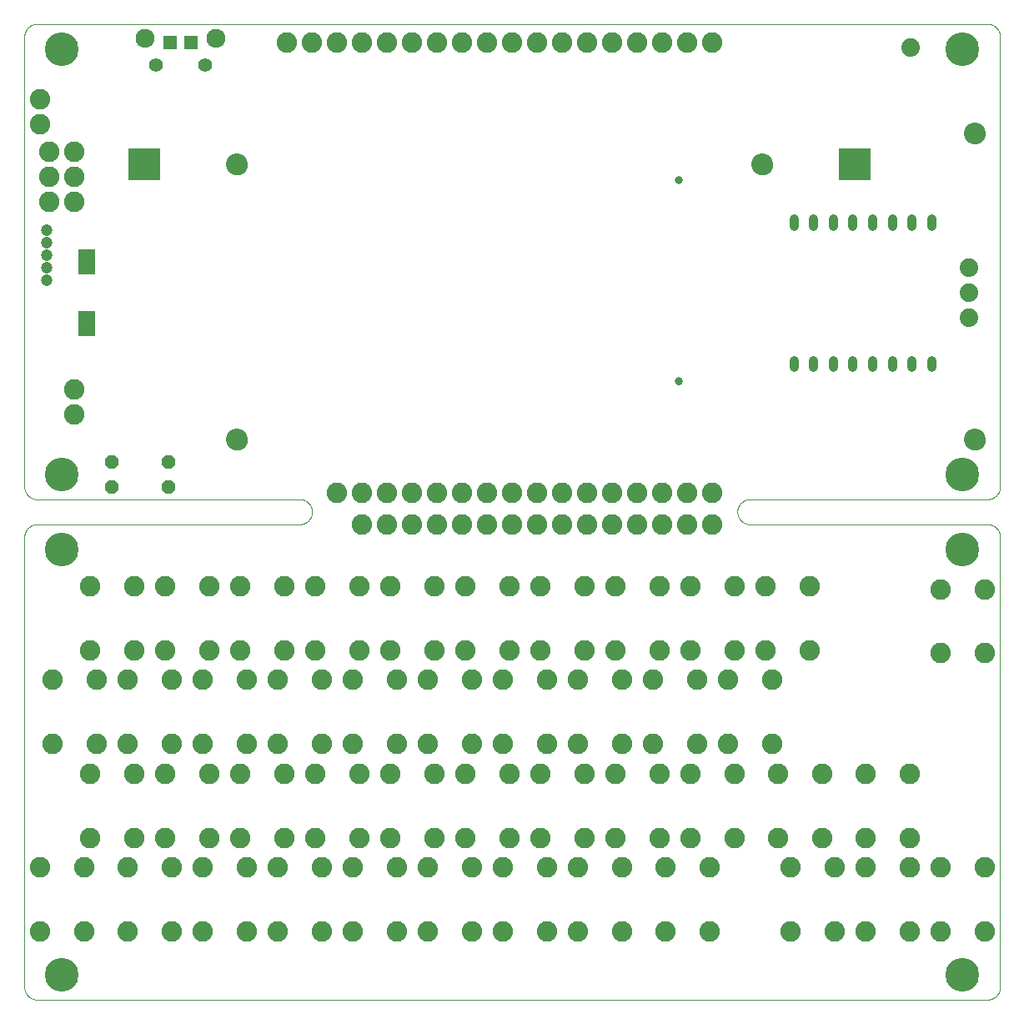
<source format=gbs>
G75*
%MOIN*%
%OFA0B0*%
%FSLAX25Y25*%
%IPPOS*%
%LPD*%
%AMOC8*
5,1,8,0,0,1.08239X$1,22.5*
%
%ADD10C,0.00000*%
%ADD11C,0.08674*%
%ADD12C,0.04737*%
%ADD13C,0.05524*%
%ADD14C,0.07591*%
%ADD15OC8,0.05600*%
%ADD16C,0.13461*%
%ADD17C,0.08200*%
%ADD18R,0.05524X0.05524*%
%ADD19C,0.07400*%
%ADD20C,0.03775*%
%ADD21C,0.03162*%
%ADD22R,0.07099X0.09855*%
%ADD23R,0.12611X0.12611*%
D10*
X0006400Y0003787D02*
X0386400Y0003787D01*
X0386540Y0003789D01*
X0386680Y0003795D01*
X0386820Y0003805D01*
X0386960Y0003818D01*
X0387099Y0003836D01*
X0387238Y0003858D01*
X0387375Y0003883D01*
X0387513Y0003912D01*
X0387649Y0003945D01*
X0387784Y0003982D01*
X0387918Y0004023D01*
X0388051Y0004068D01*
X0388183Y0004116D01*
X0388313Y0004168D01*
X0388442Y0004223D01*
X0388569Y0004282D01*
X0388695Y0004345D01*
X0388819Y0004411D01*
X0388940Y0004480D01*
X0389060Y0004553D01*
X0389178Y0004630D01*
X0389293Y0004709D01*
X0389407Y0004792D01*
X0389517Y0004878D01*
X0389626Y0004967D01*
X0389732Y0005059D01*
X0389835Y0005154D01*
X0389936Y0005251D01*
X0390033Y0005352D01*
X0390128Y0005455D01*
X0390220Y0005561D01*
X0390309Y0005670D01*
X0390395Y0005780D01*
X0390478Y0005894D01*
X0390557Y0006009D01*
X0390634Y0006127D01*
X0390707Y0006247D01*
X0390776Y0006368D01*
X0390842Y0006492D01*
X0390905Y0006618D01*
X0390964Y0006745D01*
X0391019Y0006874D01*
X0391071Y0007004D01*
X0391119Y0007136D01*
X0391164Y0007269D01*
X0391205Y0007403D01*
X0391242Y0007538D01*
X0391275Y0007674D01*
X0391304Y0007812D01*
X0391329Y0007949D01*
X0391351Y0008088D01*
X0391369Y0008227D01*
X0391382Y0008367D01*
X0391392Y0008507D01*
X0391398Y0008647D01*
X0391400Y0008787D01*
X0391400Y0188787D01*
X0391398Y0188927D01*
X0391392Y0189067D01*
X0391382Y0189207D01*
X0391369Y0189347D01*
X0391351Y0189486D01*
X0391329Y0189625D01*
X0391304Y0189762D01*
X0391275Y0189900D01*
X0391242Y0190036D01*
X0391205Y0190171D01*
X0391164Y0190305D01*
X0391119Y0190438D01*
X0391071Y0190570D01*
X0391019Y0190700D01*
X0390964Y0190829D01*
X0390905Y0190956D01*
X0390842Y0191082D01*
X0390776Y0191206D01*
X0390707Y0191327D01*
X0390634Y0191447D01*
X0390557Y0191565D01*
X0390478Y0191680D01*
X0390395Y0191794D01*
X0390309Y0191904D01*
X0390220Y0192013D01*
X0390128Y0192119D01*
X0390033Y0192222D01*
X0389936Y0192323D01*
X0389835Y0192420D01*
X0389732Y0192515D01*
X0389626Y0192607D01*
X0389517Y0192696D01*
X0389407Y0192782D01*
X0389293Y0192865D01*
X0389178Y0192944D01*
X0389060Y0193021D01*
X0388940Y0193094D01*
X0388819Y0193163D01*
X0388695Y0193229D01*
X0388569Y0193292D01*
X0388442Y0193351D01*
X0388313Y0193406D01*
X0388183Y0193458D01*
X0388051Y0193506D01*
X0387918Y0193551D01*
X0387784Y0193592D01*
X0387649Y0193629D01*
X0387513Y0193662D01*
X0387375Y0193691D01*
X0387238Y0193716D01*
X0387099Y0193738D01*
X0386960Y0193756D01*
X0386820Y0193769D01*
X0386680Y0193779D01*
X0386540Y0193785D01*
X0386400Y0193787D01*
X0291400Y0193787D01*
X0291260Y0193789D01*
X0291120Y0193795D01*
X0290980Y0193805D01*
X0290840Y0193818D01*
X0290701Y0193836D01*
X0290562Y0193858D01*
X0290425Y0193883D01*
X0290287Y0193912D01*
X0290151Y0193945D01*
X0290016Y0193982D01*
X0289882Y0194023D01*
X0289749Y0194068D01*
X0289617Y0194116D01*
X0289487Y0194168D01*
X0289358Y0194223D01*
X0289231Y0194282D01*
X0289105Y0194345D01*
X0288981Y0194411D01*
X0288860Y0194480D01*
X0288740Y0194553D01*
X0288622Y0194630D01*
X0288507Y0194709D01*
X0288393Y0194792D01*
X0288283Y0194878D01*
X0288174Y0194967D01*
X0288068Y0195059D01*
X0287965Y0195154D01*
X0287864Y0195251D01*
X0287767Y0195352D01*
X0287672Y0195455D01*
X0287580Y0195561D01*
X0287491Y0195670D01*
X0287405Y0195780D01*
X0287322Y0195894D01*
X0287243Y0196009D01*
X0287166Y0196127D01*
X0287093Y0196247D01*
X0287024Y0196368D01*
X0286958Y0196492D01*
X0286895Y0196618D01*
X0286836Y0196745D01*
X0286781Y0196874D01*
X0286729Y0197004D01*
X0286681Y0197136D01*
X0286636Y0197269D01*
X0286595Y0197403D01*
X0286558Y0197538D01*
X0286525Y0197674D01*
X0286496Y0197812D01*
X0286471Y0197949D01*
X0286449Y0198088D01*
X0286431Y0198227D01*
X0286418Y0198367D01*
X0286408Y0198507D01*
X0286402Y0198647D01*
X0286400Y0198787D01*
X0286402Y0198927D01*
X0286408Y0199067D01*
X0286418Y0199207D01*
X0286431Y0199347D01*
X0286449Y0199486D01*
X0286471Y0199625D01*
X0286496Y0199762D01*
X0286525Y0199900D01*
X0286558Y0200036D01*
X0286595Y0200171D01*
X0286636Y0200305D01*
X0286681Y0200438D01*
X0286729Y0200570D01*
X0286781Y0200700D01*
X0286836Y0200829D01*
X0286895Y0200956D01*
X0286958Y0201082D01*
X0287024Y0201206D01*
X0287093Y0201327D01*
X0287166Y0201447D01*
X0287243Y0201565D01*
X0287322Y0201680D01*
X0287405Y0201794D01*
X0287491Y0201904D01*
X0287580Y0202013D01*
X0287672Y0202119D01*
X0287767Y0202222D01*
X0287864Y0202323D01*
X0287965Y0202420D01*
X0288068Y0202515D01*
X0288174Y0202607D01*
X0288283Y0202696D01*
X0288393Y0202782D01*
X0288507Y0202865D01*
X0288622Y0202944D01*
X0288740Y0203021D01*
X0288860Y0203094D01*
X0288981Y0203163D01*
X0289105Y0203229D01*
X0289231Y0203292D01*
X0289358Y0203351D01*
X0289487Y0203406D01*
X0289617Y0203458D01*
X0289749Y0203506D01*
X0289882Y0203551D01*
X0290016Y0203592D01*
X0290151Y0203629D01*
X0290287Y0203662D01*
X0290425Y0203691D01*
X0290562Y0203716D01*
X0290701Y0203738D01*
X0290840Y0203756D01*
X0290980Y0203769D01*
X0291120Y0203779D01*
X0291260Y0203785D01*
X0291400Y0203787D01*
X0386400Y0203787D01*
X0386540Y0203789D01*
X0386680Y0203795D01*
X0386820Y0203805D01*
X0386960Y0203818D01*
X0387099Y0203836D01*
X0387238Y0203858D01*
X0387375Y0203883D01*
X0387513Y0203912D01*
X0387649Y0203945D01*
X0387784Y0203982D01*
X0387918Y0204023D01*
X0388051Y0204068D01*
X0388183Y0204116D01*
X0388313Y0204168D01*
X0388442Y0204223D01*
X0388569Y0204282D01*
X0388695Y0204345D01*
X0388819Y0204411D01*
X0388940Y0204480D01*
X0389060Y0204553D01*
X0389178Y0204630D01*
X0389293Y0204709D01*
X0389407Y0204792D01*
X0389517Y0204878D01*
X0389626Y0204967D01*
X0389732Y0205059D01*
X0389835Y0205154D01*
X0389936Y0205251D01*
X0390033Y0205352D01*
X0390128Y0205455D01*
X0390220Y0205561D01*
X0390309Y0205670D01*
X0390395Y0205780D01*
X0390478Y0205894D01*
X0390557Y0206009D01*
X0390634Y0206127D01*
X0390707Y0206247D01*
X0390776Y0206368D01*
X0390842Y0206492D01*
X0390905Y0206618D01*
X0390964Y0206745D01*
X0391019Y0206874D01*
X0391071Y0207004D01*
X0391119Y0207136D01*
X0391164Y0207269D01*
X0391205Y0207403D01*
X0391242Y0207538D01*
X0391275Y0207674D01*
X0391304Y0207812D01*
X0391329Y0207949D01*
X0391351Y0208088D01*
X0391369Y0208227D01*
X0391382Y0208367D01*
X0391392Y0208507D01*
X0391398Y0208647D01*
X0391400Y0208787D01*
X0391400Y0388787D01*
X0391398Y0388927D01*
X0391392Y0389067D01*
X0391382Y0389207D01*
X0391369Y0389347D01*
X0391351Y0389486D01*
X0391329Y0389625D01*
X0391304Y0389762D01*
X0391275Y0389900D01*
X0391242Y0390036D01*
X0391205Y0390171D01*
X0391164Y0390305D01*
X0391119Y0390438D01*
X0391071Y0390570D01*
X0391019Y0390700D01*
X0390964Y0390829D01*
X0390905Y0390956D01*
X0390842Y0391082D01*
X0390776Y0391206D01*
X0390707Y0391327D01*
X0390634Y0391447D01*
X0390557Y0391565D01*
X0390478Y0391680D01*
X0390395Y0391794D01*
X0390309Y0391904D01*
X0390220Y0392013D01*
X0390128Y0392119D01*
X0390033Y0392222D01*
X0389936Y0392323D01*
X0389835Y0392420D01*
X0389732Y0392515D01*
X0389626Y0392607D01*
X0389517Y0392696D01*
X0389407Y0392782D01*
X0389293Y0392865D01*
X0389178Y0392944D01*
X0389060Y0393021D01*
X0388940Y0393094D01*
X0388819Y0393163D01*
X0388695Y0393229D01*
X0388569Y0393292D01*
X0388442Y0393351D01*
X0388313Y0393406D01*
X0388183Y0393458D01*
X0388051Y0393506D01*
X0387918Y0393551D01*
X0387784Y0393592D01*
X0387649Y0393629D01*
X0387513Y0393662D01*
X0387375Y0393691D01*
X0387238Y0393716D01*
X0387099Y0393738D01*
X0386960Y0393756D01*
X0386820Y0393769D01*
X0386680Y0393779D01*
X0386540Y0393785D01*
X0386400Y0393787D01*
X0006400Y0393787D01*
X0006260Y0393785D01*
X0006120Y0393779D01*
X0005980Y0393769D01*
X0005840Y0393756D01*
X0005701Y0393738D01*
X0005562Y0393716D01*
X0005425Y0393691D01*
X0005287Y0393662D01*
X0005151Y0393629D01*
X0005016Y0393592D01*
X0004882Y0393551D01*
X0004749Y0393506D01*
X0004617Y0393458D01*
X0004487Y0393406D01*
X0004358Y0393351D01*
X0004231Y0393292D01*
X0004105Y0393229D01*
X0003981Y0393163D01*
X0003860Y0393094D01*
X0003740Y0393021D01*
X0003622Y0392944D01*
X0003507Y0392865D01*
X0003393Y0392782D01*
X0003283Y0392696D01*
X0003174Y0392607D01*
X0003068Y0392515D01*
X0002965Y0392420D01*
X0002864Y0392323D01*
X0002767Y0392222D01*
X0002672Y0392119D01*
X0002580Y0392013D01*
X0002491Y0391904D01*
X0002405Y0391794D01*
X0002322Y0391680D01*
X0002243Y0391565D01*
X0002166Y0391447D01*
X0002093Y0391327D01*
X0002024Y0391206D01*
X0001958Y0391082D01*
X0001895Y0390956D01*
X0001836Y0390829D01*
X0001781Y0390700D01*
X0001729Y0390570D01*
X0001681Y0390438D01*
X0001636Y0390305D01*
X0001595Y0390171D01*
X0001558Y0390036D01*
X0001525Y0389900D01*
X0001496Y0389762D01*
X0001471Y0389625D01*
X0001449Y0389486D01*
X0001431Y0389347D01*
X0001418Y0389207D01*
X0001408Y0389067D01*
X0001402Y0388927D01*
X0001400Y0388787D01*
X0001400Y0208787D01*
X0001402Y0208647D01*
X0001408Y0208507D01*
X0001418Y0208367D01*
X0001431Y0208227D01*
X0001449Y0208088D01*
X0001471Y0207949D01*
X0001496Y0207812D01*
X0001525Y0207674D01*
X0001558Y0207538D01*
X0001595Y0207403D01*
X0001636Y0207269D01*
X0001681Y0207136D01*
X0001729Y0207004D01*
X0001781Y0206874D01*
X0001836Y0206745D01*
X0001895Y0206618D01*
X0001958Y0206492D01*
X0002024Y0206368D01*
X0002093Y0206247D01*
X0002166Y0206127D01*
X0002243Y0206009D01*
X0002322Y0205894D01*
X0002405Y0205780D01*
X0002491Y0205670D01*
X0002580Y0205561D01*
X0002672Y0205455D01*
X0002767Y0205352D01*
X0002864Y0205251D01*
X0002965Y0205154D01*
X0003068Y0205059D01*
X0003174Y0204967D01*
X0003283Y0204878D01*
X0003393Y0204792D01*
X0003507Y0204709D01*
X0003622Y0204630D01*
X0003740Y0204553D01*
X0003860Y0204480D01*
X0003981Y0204411D01*
X0004105Y0204345D01*
X0004231Y0204282D01*
X0004358Y0204223D01*
X0004487Y0204168D01*
X0004617Y0204116D01*
X0004749Y0204068D01*
X0004882Y0204023D01*
X0005016Y0203982D01*
X0005151Y0203945D01*
X0005287Y0203912D01*
X0005425Y0203883D01*
X0005562Y0203858D01*
X0005701Y0203836D01*
X0005840Y0203818D01*
X0005980Y0203805D01*
X0006120Y0203795D01*
X0006260Y0203789D01*
X0006400Y0203787D01*
X0111400Y0203787D01*
X0111540Y0203785D01*
X0111680Y0203779D01*
X0111820Y0203769D01*
X0111960Y0203756D01*
X0112099Y0203738D01*
X0112238Y0203716D01*
X0112375Y0203691D01*
X0112513Y0203662D01*
X0112649Y0203629D01*
X0112784Y0203592D01*
X0112918Y0203551D01*
X0113051Y0203506D01*
X0113183Y0203458D01*
X0113313Y0203406D01*
X0113442Y0203351D01*
X0113569Y0203292D01*
X0113695Y0203229D01*
X0113819Y0203163D01*
X0113940Y0203094D01*
X0114060Y0203021D01*
X0114178Y0202944D01*
X0114293Y0202865D01*
X0114407Y0202782D01*
X0114517Y0202696D01*
X0114626Y0202607D01*
X0114732Y0202515D01*
X0114835Y0202420D01*
X0114936Y0202323D01*
X0115033Y0202222D01*
X0115128Y0202119D01*
X0115220Y0202013D01*
X0115309Y0201904D01*
X0115395Y0201794D01*
X0115478Y0201680D01*
X0115557Y0201565D01*
X0115634Y0201447D01*
X0115707Y0201327D01*
X0115776Y0201206D01*
X0115842Y0201082D01*
X0115905Y0200956D01*
X0115964Y0200829D01*
X0116019Y0200700D01*
X0116071Y0200570D01*
X0116119Y0200438D01*
X0116164Y0200305D01*
X0116205Y0200171D01*
X0116242Y0200036D01*
X0116275Y0199900D01*
X0116304Y0199762D01*
X0116329Y0199625D01*
X0116351Y0199486D01*
X0116369Y0199347D01*
X0116382Y0199207D01*
X0116392Y0199067D01*
X0116398Y0198927D01*
X0116400Y0198787D01*
X0116398Y0198647D01*
X0116392Y0198507D01*
X0116382Y0198367D01*
X0116369Y0198227D01*
X0116351Y0198088D01*
X0116329Y0197949D01*
X0116304Y0197812D01*
X0116275Y0197674D01*
X0116242Y0197538D01*
X0116205Y0197403D01*
X0116164Y0197269D01*
X0116119Y0197136D01*
X0116071Y0197004D01*
X0116019Y0196874D01*
X0115964Y0196745D01*
X0115905Y0196618D01*
X0115842Y0196492D01*
X0115776Y0196368D01*
X0115707Y0196247D01*
X0115634Y0196127D01*
X0115557Y0196009D01*
X0115478Y0195894D01*
X0115395Y0195780D01*
X0115309Y0195670D01*
X0115220Y0195561D01*
X0115128Y0195455D01*
X0115033Y0195352D01*
X0114936Y0195251D01*
X0114835Y0195154D01*
X0114732Y0195059D01*
X0114626Y0194967D01*
X0114517Y0194878D01*
X0114407Y0194792D01*
X0114293Y0194709D01*
X0114178Y0194630D01*
X0114060Y0194553D01*
X0113940Y0194480D01*
X0113819Y0194411D01*
X0113695Y0194345D01*
X0113569Y0194282D01*
X0113442Y0194223D01*
X0113313Y0194168D01*
X0113183Y0194116D01*
X0113051Y0194068D01*
X0112918Y0194023D01*
X0112784Y0193982D01*
X0112649Y0193945D01*
X0112513Y0193912D01*
X0112375Y0193883D01*
X0112238Y0193858D01*
X0112099Y0193836D01*
X0111960Y0193818D01*
X0111820Y0193805D01*
X0111680Y0193795D01*
X0111540Y0193789D01*
X0111400Y0193787D01*
X0006400Y0193787D01*
X0006260Y0193785D01*
X0006120Y0193779D01*
X0005980Y0193769D01*
X0005840Y0193756D01*
X0005701Y0193738D01*
X0005562Y0193716D01*
X0005425Y0193691D01*
X0005287Y0193662D01*
X0005151Y0193629D01*
X0005016Y0193592D01*
X0004882Y0193551D01*
X0004749Y0193506D01*
X0004617Y0193458D01*
X0004487Y0193406D01*
X0004358Y0193351D01*
X0004231Y0193292D01*
X0004105Y0193229D01*
X0003981Y0193163D01*
X0003860Y0193094D01*
X0003740Y0193021D01*
X0003622Y0192944D01*
X0003507Y0192865D01*
X0003393Y0192782D01*
X0003283Y0192696D01*
X0003174Y0192607D01*
X0003068Y0192515D01*
X0002965Y0192420D01*
X0002864Y0192323D01*
X0002767Y0192222D01*
X0002672Y0192119D01*
X0002580Y0192013D01*
X0002491Y0191904D01*
X0002405Y0191794D01*
X0002322Y0191680D01*
X0002243Y0191565D01*
X0002166Y0191447D01*
X0002093Y0191327D01*
X0002024Y0191206D01*
X0001958Y0191082D01*
X0001895Y0190956D01*
X0001836Y0190829D01*
X0001781Y0190700D01*
X0001729Y0190570D01*
X0001681Y0190438D01*
X0001636Y0190305D01*
X0001595Y0190171D01*
X0001558Y0190036D01*
X0001525Y0189900D01*
X0001496Y0189762D01*
X0001471Y0189625D01*
X0001449Y0189486D01*
X0001431Y0189347D01*
X0001418Y0189207D01*
X0001408Y0189067D01*
X0001402Y0188927D01*
X0001400Y0188787D01*
X0001400Y0008787D01*
X0001402Y0008647D01*
X0001408Y0008507D01*
X0001418Y0008367D01*
X0001431Y0008227D01*
X0001449Y0008088D01*
X0001471Y0007949D01*
X0001496Y0007812D01*
X0001525Y0007674D01*
X0001558Y0007538D01*
X0001595Y0007403D01*
X0001636Y0007269D01*
X0001681Y0007136D01*
X0001729Y0007004D01*
X0001781Y0006874D01*
X0001836Y0006745D01*
X0001895Y0006618D01*
X0001958Y0006492D01*
X0002024Y0006368D01*
X0002093Y0006247D01*
X0002166Y0006127D01*
X0002243Y0006009D01*
X0002322Y0005894D01*
X0002405Y0005780D01*
X0002491Y0005670D01*
X0002580Y0005561D01*
X0002672Y0005455D01*
X0002767Y0005352D01*
X0002864Y0005251D01*
X0002965Y0005154D01*
X0003068Y0005059D01*
X0003174Y0004967D01*
X0003283Y0004878D01*
X0003393Y0004792D01*
X0003507Y0004709D01*
X0003622Y0004630D01*
X0003740Y0004553D01*
X0003860Y0004480D01*
X0003981Y0004411D01*
X0004105Y0004345D01*
X0004231Y0004282D01*
X0004358Y0004223D01*
X0004487Y0004168D01*
X0004617Y0004116D01*
X0004749Y0004068D01*
X0004882Y0004023D01*
X0005016Y0003982D01*
X0005151Y0003945D01*
X0005287Y0003912D01*
X0005425Y0003883D01*
X0005562Y0003858D01*
X0005701Y0003836D01*
X0005840Y0003818D01*
X0005980Y0003805D01*
X0006120Y0003795D01*
X0006260Y0003789D01*
X0006400Y0003787D01*
X0082463Y0227537D02*
X0082465Y0227662D01*
X0082471Y0227787D01*
X0082481Y0227911D01*
X0082495Y0228035D01*
X0082512Y0228159D01*
X0082534Y0228282D01*
X0082560Y0228404D01*
X0082589Y0228526D01*
X0082622Y0228646D01*
X0082660Y0228765D01*
X0082700Y0228884D01*
X0082745Y0229000D01*
X0082793Y0229115D01*
X0082845Y0229229D01*
X0082901Y0229341D01*
X0082960Y0229451D01*
X0083022Y0229559D01*
X0083088Y0229666D01*
X0083157Y0229770D01*
X0083230Y0229871D01*
X0083305Y0229971D01*
X0083384Y0230068D01*
X0083466Y0230162D01*
X0083551Y0230254D01*
X0083638Y0230343D01*
X0083729Y0230429D01*
X0083822Y0230512D01*
X0083918Y0230593D01*
X0084016Y0230670D01*
X0084116Y0230744D01*
X0084219Y0230815D01*
X0084324Y0230882D01*
X0084432Y0230947D01*
X0084541Y0231007D01*
X0084652Y0231065D01*
X0084765Y0231118D01*
X0084879Y0231168D01*
X0084995Y0231215D01*
X0085112Y0231257D01*
X0085231Y0231296D01*
X0085351Y0231332D01*
X0085472Y0231363D01*
X0085594Y0231391D01*
X0085716Y0231414D01*
X0085840Y0231434D01*
X0085964Y0231450D01*
X0086088Y0231462D01*
X0086213Y0231470D01*
X0086338Y0231474D01*
X0086462Y0231474D01*
X0086587Y0231470D01*
X0086712Y0231462D01*
X0086836Y0231450D01*
X0086960Y0231434D01*
X0087084Y0231414D01*
X0087206Y0231391D01*
X0087328Y0231363D01*
X0087449Y0231332D01*
X0087569Y0231296D01*
X0087688Y0231257D01*
X0087805Y0231215D01*
X0087921Y0231168D01*
X0088035Y0231118D01*
X0088148Y0231065D01*
X0088259Y0231007D01*
X0088369Y0230947D01*
X0088476Y0230882D01*
X0088581Y0230815D01*
X0088684Y0230744D01*
X0088784Y0230670D01*
X0088882Y0230593D01*
X0088978Y0230512D01*
X0089071Y0230429D01*
X0089162Y0230343D01*
X0089249Y0230254D01*
X0089334Y0230162D01*
X0089416Y0230068D01*
X0089495Y0229971D01*
X0089570Y0229871D01*
X0089643Y0229770D01*
X0089712Y0229666D01*
X0089778Y0229559D01*
X0089840Y0229451D01*
X0089899Y0229341D01*
X0089955Y0229229D01*
X0090007Y0229115D01*
X0090055Y0229000D01*
X0090100Y0228884D01*
X0090140Y0228765D01*
X0090178Y0228646D01*
X0090211Y0228526D01*
X0090240Y0228404D01*
X0090266Y0228282D01*
X0090288Y0228159D01*
X0090305Y0228035D01*
X0090319Y0227911D01*
X0090329Y0227787D01*
X0090335Y0227662D01*
X0090337Y0227537D01*
X0090335Y0227412D01*
X0090329Y0227287D01*
X0090319Y0227163D01*
X0090305Y0227039D01*
X0090288Y0226915D01*
X0090266Y0226792D01*
X0090240Y0226670D01*
X0090211Y0226548D01*
X0090178Y0226428D01*
X0090140Y0226309D01*
X0090100Y0226190D01*
X0090055Y0226074D01*
X0090007Y0225959D01*
X0089955Y0225845D01*
X0089899Y0225733D01*
X0089840Y0225623D01*
X0089778Y0225515D01*
X0089712Y0225408D01*
X0089643Y0225304D01*
X0089570Y0225203D01*
X0089495Y0225103D01*
X0089416Y0225006D01*
X0089334Y0224912D01*
X0089249Y0224820D01*
X0089162Y0224731D01*
X0089071Y0224645D01*
X0088978Y0224562D01*
X0088882Y0224481D01*
X0088784Y0224404D01*
X0088684Y0224330D01*
X0088581Y0224259D01*
X0088476Y0224192D01*
X0088368Y0224127D01*
X0088259Y0224067D01*
X0088148Y0224009D01*
X0088035Y0223956D01*
X0087921Y0223906D01*
X0087805Y0223859D01*
X0087688Y0223817D01*
X0087569Y0223778D01*
X0087449Y0223742D01*
X0087328Y0223711D01*
X0087206Y0223683D01*
X0087084Y0223660D01*
X0086960Y0223640D01*
X0086836Y0223624D01*
X0086712Y0223612D01*
X0086587Y0223604D01*
X0086462Y0223600D01*
X0086338Y0223600D01*
X0086213Y0223604D01*
X0086088Y0223612D01*
X0085964Y0223624D01*
X0085840Y0223640D01*
X0085716Y0223660D01*
X0085594Y0223683D01*
X0085472Y0223711D01*
X0085351Y0223742D01*
X0085231Y0223778D01*
X0085112Y0223817D01*
X0084995Y0223859D01*
X0084879Y0223906D01*
X0084765Y0223956D01*
X0084652Y0224009D01*
X0084541Y0224067D01*
X0084431Y0224127D01*
X0084324Y0224192D01*
X0084219Y0224259D01*
X0084116Y0224330D01*
X0084016Y0224404D01*
X0083918Y0224481D01*
X0083822Y0224562D01*
X0083729Y0224645D01*
X0083638Y0224731D01*
X0083551Y0224820D01*
X0083466Y0224912D01*
X0083384Y0225006D01*
X0083305Y0225103D01*
X0083230Y0225203D01*
X0083157Y0225304D01*
X0083088Y0225408D01*
X0083022Y0225515D01*
X0082960Y0225623D01*
X0082901Y0225733D01*
X0082845Y0225845D01*
X0082793Y0225959D01*
X0082745Y0226074D01*
X0082700Y0226190D01*
X0082660Y0226309D01*
X0082622Y0226428D01*
X0082589Y0226548D01*
X0082560Y0226670D01*
X0082534Y0226792D01*
X0082512Y0226915D01*
X0082495Y0227039D01*
X0082481Y0227163D01*
X0082471Y0227287D01*
X0082465Y0227412D01*
X0082463Y0227537D01*
X0082463Y0337537D02*
X0082465Y0337662D01*
X0082471Y0337787D01*
X0082481Y0337911D01*
X0082495Y0338035D01*
X0082512Y0338159D01*
X0082534Y0338282D01*
X0082560Y0338404D01*
X0082589Y0338526D01*
X0082622Y0338646D01*
X0082660Y0338765D01*
X0082700Y0338884D01*
X0082745Y0339000D01*
X0082793Y0339115D01*
X0082845Y0339229D01*
X0082901Y0339341D01*
X0082960Y0339451D01*
X0083022Y0339559D01*
X0083088Y0339666D01*
X0083157Y0339770D01*
X0083230Y0339871D01*
X0083305Y0339971D01*
X0083384Y0340068D01*
X0083466Y0340162D01*
X0083551Y0340254D01*
X0083638Y0340343D01*
X0083729Y0340429D01*
X0083822Y0340512D01*
X0083918Y0340593D01*
X0084016Y0340670D01*
X0084116Y0340744D01*
X0084219Y0340815D01*
X0084324Y0340882D01*
X0084432Y0340947D01*
X0084541Y0341007D01*
X0084652Y0341065D01*
X0084765Y0341118D01*
X0084879Y0341168D01*
X0084995Y0341215D01*
X0085112Y0341257D01*
X0085231Y0341296D01*
X0085351Y0341332D01*
X0085472Y0341363D01*
X0085594Y0341391D01*
X0085716Y0341414D01*
X0085840Y0341434D01*
X0085964Y0341450D01*
X0086088Y0341462D01*
X0086213Y0341470D01*
X0086338Y0341474D01*
X0086462Y0341474D01*
X0086587Y0341470D01*
X0086712Y0341462D01*
X0086836Y0341450D01*
X0086960Y0341434D01*
X0087084Y0341414D01*
X0087206Y0341391D01*
X0087328Y0341363D01*
X0087449Y0341332D01*
X0087569Y0341296D01*
X0087688Y0341257D01*
X0087805Y0341215D01*
X0087921Y0341168D01*
X0088035Y0341118D01*
X0088148Y0341065D01*
X0088259Y0341007D01*
X0088369Y0340947D01*
X0088476Y0340882D01*
X0088581Y0340815D01*
X0088684Y0340744D01*
X0088784Y0340670D01*
X0088882Y0340593D01*
X0088978Y0340512D01*
X0089071Y0340429D01*
X0089162Y0340343D01*
X0089249Y0340254D01*
X0089334Y0340162D01*
X0089416Y0340068D01*
X0089495Y0339971D01*
X0089570Y0339871D01*
X0089643Y0339770D01*
X0089712Y0339666D01*
X0089778Y0339559D01*
X0089840Y0339451D01*
X0089899Y0339341D01*
X0089955Y0339229D01*
X0090007Y0339115D01*
X0090055Y0339000D01*
X0090100Y0338884D01*
X0090140Y0338765D01*
X0090178Y0338646D01*
X0090211Y0338526D01*
X0090240Y0338404D01*
X0090266Y0338282D01*
X0090288Y0338159D01*
X0090305Y0338035D01*
X0090319Y0337911D01*
X0090329Y0337787D01*
X0090335Y0337662D01*
X0090337Y0337537D01*
X0090335Y0337412D01*
X0090329Y0337287D01*
X0090319Y0337163D01*
X0090305Y0337039D01*
X0090288Y0336915D01*
X0090266Y0336792D01*
X0090240Y0336670D01*
X0090211Y0336548D01*
X0090178Y0336428D01*
X0090140Y0336309D01*
X0090100Y0336190D01*
X0090055Y0336074D01*
X0090007Y0335959D01*
X0089955Y0335845D01*
X0089899Y0335733D01*
X0089840Y0335623D01*
X0089778Y0335515D01*
X0089712Y0335408D01*
X0089643Y0335304D01*
X0089570Y0335203D01*
X0089495Y0335103D01*
X0089416Y0335006D01*
X0089334Y0334912D01*
X0089249Y0334820D01*
X0089162Y0334731D01*
X0089071Y0334645D01*
X0088978Y0334562D01*
X0088882Y0334481D01*
X0088784Y0334404D01*
X0088684Y0334330D01*
X0088581Y0334259D01*
X0088476Y0334192D01*
X0088368Y0334127D01*
X0088259Y0334067D01*
X0088148Y0334009D01*
X0088035Y0333956D01*
X0087921Y0333906D01*
X0087805Y0333859D01*
X0087688Y0333817D01*
X0087569Y0333778D01*
X0087449Y0333742D01*
X0087328Y0333711D01*
X0087206Y0333683D01*
X0087084Y0333660D01*
X0086960Y0333640D01*
X0086836Y0333624D01*
X0086712Y0333612D01*
X0086587Y0333604D01*
X0086462Y0333600D01*
X0086338Y0333600D01*
X0086213Y0333604D01*
X0086088Y0333612D01*
X0085964Y0333624D01*
X0085840Y0333640D01*
X0085716Y0333660D01*
X0085594Y0333683D01*
X0085472Y0333711D01*
X0085351Y0333742D01*
X0085231Y0333778D01*
X0085112Y0333817D01*
X0084995Y0333859D01*
X0084879Y0333906D01*
X0084765Y0333956D01*
X0084652Y0334009D01*
X0084541Y0334067D01*
X0084431Y0334127D01*
X0084324Y0334192D01*
X0084219Y0334259D01*
X0084116Y0334330D01*
X0084016Y0334404D01*
X0083918Y0334481D01*
X0083822Y0334562D01*
X0083729Y0334645D01*
X0083638Y0334731D01*
X0083551Y0334820D01*
X0083466Y0334912D01*
X0083384Y0335006D01*
X0083305Y0335103D01*
X0083230Y0335203D01*
X0083157Y0335304D01*
X0083088Y0335408D01*
X0083022Y0335515D01*
X0082960Y0335623D01*
X0082901Y0335733D01*
X0082845Y0335845D01*
X0082793Y0335959D01*
X0082745Y0336074D01*
X0082700Y0336190D01*
X0082660Y0336309D01*
X0082622Y0336428D01*
X0082589Y0336548D01*
X0082560Y0336670D01*
X0082534Y0336792D01*
X0082512Y0336915D01*
X0082495Y0337039D01*
X0082481Y0337163D01*
X0082471Y0337287D01*
X0082465Y0337412D01*
X0082463Y0337537D01*
X0261754Y0331406D02*
X0261756Y0331475D01*
X0261762Y0331543D01*
X0261772Y0331611D01*
X0261786Y0331678D01*
X0261804Y0331745D01*
X0261825Y0331810D01*
X0261851Y0331874D01*
X0261880Y0331936D01*
X0261912Y0331996D01*
X0261948Y0332055D01*
X0261988Y0332111D01*
X0262030Y0332165D01*
X0262076Y0332216D01*
X0262125Y0332265D01*
X0262176Y0332311D01*
X0262230Y0332353D01*
X0262286Y0332393D01*
X0262344Y0332429D01*
X0262405Y0332461D01*
X0262467Y0332490D01*
X0262531Y0332516D01*
X0262596Y0332537D01*
X0262663Y0332555D01*
X0262730Y0332569D01*
X0262798Y0332579D01*
X0262866Y0332585D01*
X0262935Y0332587D01*
X0263004Y0332585D01*
X0263072Y0332579D01*
X0263140Y0332569D01*
X0263207Y0332555D01*
X0263274Y0332537D01*
X0263339Y0332516D01*
X0263403Y0332490D01*
X0263465Y0332461D01*
X0263525Y0332429D01*
X0263584Y0332393D01*
X0263640Y0332353D01*
X0263694Y0332311D01*
X0263745Y0332265D01*
X0263794Y0332216D01*
X0263840Y0332165D01*
X0263882Y0332111D01*
X0263922Y0332055D01*
X0263958Y0331996D01*
X0263990Y0331936D01*
X0264019Y0331874D01*
X0264045Y0331810D01*
X0264066Y0331745D01*
X0264084Y0331678D01*
X0264098Y0331611D01*
X0264108Y0331543D01*
X0264114Y0331475D01*
X0264116Y0331406D01*
X0264114Y0331337D01*
X0264108Y0331269D01*
X0264098Y0331201D01*
X0264084Y0331134D01*
X0264066Y0331067D01*
X0264045Y0331002D01*
X0264019Y0330938D01*
X0263990Y0330876D01*
X0263958Y0330815D01*
X0263922Y0330757D01*
X0263882Y0330701D01*
X0263840Y0330647D01*
X0263794Y0330596D01*
X0263745Y0330547D01*
X0263694Y0330501D01*
X0263640Y0330459D01*
X0263584Y0330419D01*
X0263526Y0330383D01*
X0263465Y0330351D01*
X0263403Y0330322D01*
X0263339Y0330296D01*
X0263274Y0330275D01*
X0263207Y0330257D01*
X0263140Y0330243D01*
X0263072Y0330233D01*
X0263004Y0330227D01*
X0262935Y0330225D01*
X0262866Y0330227D01*
X0262798Y0330233D01*
X0262730Y0330243D01*
X0262663Y0330257D01*
X0262596Y0330275D01*
X0262531Y0330296D01*
X0262467Y0330322D01*
X0262405Y0330351D01*
X0262344Y0330383D01*
X0262286Y0330419D01*
X0262230Y0330459D01*
X0262176Y0330501D01*
X0262125Y0330547D01*
X0262076Y0330596D01*
X0262030Y0330647D01*
X0261988Y0330701D01*
X0261948Y0330757D01*
X0261912Y0330815D01*
X0261880Y0330876D01*
X0261851Y0330938D01*
X0261825Y0331002D01*
X0261804Y0331067D01*
X0261786Y0331134D01*
X0261772Y0331201D01*
X0261762Y0331269D01*
X0261756Y0331337D01*
X0261754Y0331406D01*
X0292463Y0337537D02*
X0292465Y0337662D01*
X0292471Y0337787D01*
X0292481Y0337911D01*
X0292495Y0338035D01*
X0292512Y0338159D01*
X0292534Y0338282D01*
X0292560Y0338404D01*
X0292589Y0338526D01*
X0292622Y0338646D01*
X0292660Y0338765D01*
X0292700Y0338884D01*
X0292745Y0339000D01*
X0292793Y0339115D01*
X0292845Y0339229D01*
X0292901Y0339341D01*
X0292960Y0339451D01*
X0293022Y0339559D01*
X0293088Y0339666D01*
X0293157Y0339770D01*
X0293230Y0339871D01*
X0293305Y0339971D01*
X0293384Y0340068D01*
X0293466Y0340162D01*
X0293551Y0340254D01*
X0293638Y0340343D01*
X0293729Y0340429D01*
X0293822Y0340512D01*
X0293918Y0340593D01*
X0294016Y0340670D01*
X0294116Y0340744D01*
X0294219Y0340815D01*
X0294324Y0340882D01*
X0294432Y0340947D01*
X0294541Y0341007D01*
X0294652Y0341065D01*
X0294765Y0341118D01*
X0294879Y0341168D01*
X0294995Y0341215D01*
X0295112Y0341257D01*
X0295231Y0341296D01*
X0295351Y0341332D01*
X0295472Y0341363D01*
X0295594Y0341391D01*
X0295716Y0341414D01*
X0295840Y0341434D01*
X0295964Y0341450D01*
X0296088Y0341462D01*
X0296213Y0341470D01*
X0296338Y0341474D01*
X0296462Y0341474D01*
X0296587Y0341470D01*
X0296712Y0341462D01*
X0296836Y0341450D01*
X0296960Y0341434D01*
X0297084Y0341414D01*
X0297206Y0341391D01*
X0297328Y0341363D01*
X0297449Y0341332D01*
X0297569Y0341296D01*
X0297688Y0341257D01*
X0297805Y0341215D01*
X0297921Y0341168D01*
X0298035Y0341118D01*
X0298148Y0341065D01*
X0298259Y0341007D01*
X0298369Y0340947D01*
X0298476Y0340882D01*
X0298581Y0340815D01*
X0298684Y0340744D01*
X0298784Y0340670D01*
X0298882Y0340593D01*
X0298978Y0340512D01*
X0299071Y0340429D01*
X0299162Y0340343D01*
X0299249Y0340254D01*
X0299334Y0340162D01*
X0299416Y0340068D01*
X0299495Y0339971D01*
X0299570Y0339871D01*
X0299643Y0339770D01*
X0299712Y0339666D01*
X0299778Y0339559D01*
X0299840Y0339451D01*
X0299899Y0339341D01*
X0299955Y0339229D01*
X0300007Y0339115D01*
X0300055Y0339000D01*
X0300100Y0338884D01*
X0300140Y0338765D01*
X0300178Y0338646D01*
X0300211Y0338526D01*
X0300240Y0338404D01*
X0300266Y0338282D01*
X0300288Y0338159D01*
X0300305Y0338035D01*
X0300319Y0337911D01*
X0300329Y0337787D01*
X0300335Y0337662D01*
X0300337Y0337537D01*
X0300335Y0337412D01*
X0300329Y0337287D01*
X0300319Y0337163D01*
X0300305Y0337039D01*
X0300288Y0336915D01*
X0300266Y0336792D01*
X0300240Y0336670D01*
X0300211Y0336548D01*
X0300178Y0336428D01*
X0300140Y0336309D01*
X0300100Y0336190D01*
X0300055Y0336074D01*
X0300007Y0335959D01*
X0299955Y0335845D01*
X0299899Y0335733D01*
X0299840Y0335623D01*
X0299778Y0335515D01*
X0299712Y0335408D01*
X0299643Y0335304D01*
X0299570Y0335203D01*
X0299495Y0335103D01*
X0299416Y0335006D01*
X0299334Y0334912D01*
X0299249Y0334820D01*
X0299162Y0334731D01*
X0299071Y0334645D01*
X0298978Y0334562D01*
X0298882Y0334481D01*
X0298784Y0334404D01*
X0298684Y0334330D01*
X0298581Y0334259D01*
X0298476Y0334192D01*
X0298368Y0334127D01*
X0298259Y0334067D01*
X0298148Y0334009D01*
X0298035Y0333956D01*
X0297921Y0333906D01*
X0297805Y0333859D01*
X0297688Y0333817D01*
X0297569Y0333778D01*
X0297449Y0333742D01*
X0297328Y0333711D01*
X0297206Y0333683D01*
X0297084Y0333660D01*
X0296960Y0333640D01*
X0296836Y0333624D01*
X0296712Y0333612D01*
X0296587Y0333604D01*
X0296462Y0333600D01*
X0296338Y0333600D01*
X0296213Y0333604D01*
X0296088Y0333612D01*
X0295964Y0333624D01*
X0295840Y0333640D01*
X0295716Y0333660D01*
X0295594Y0333683D01*
X0295472Y0333711D01*
X0295351Y0333742D01*
X0295231Y0333778D01*
X0295112Y0333817D01*
X0294995Y0333859D01*
X0294879Y0333906D01*
X0294765Y0333956D01*
X0294652Y0334009D01*
X0294541Y0334067D01*
X0294431Y0334127D01*
X0294324Y0334192D01*
X0294219Y0334259D01*
X0294116Y0334330D01*
X0294016Y0334404D01*
X0293918Y0334481D01*
X0293822Y0334562D01*
X0293729Y0334645D01*
X0293638Y0334731D01*
X0293551Y0334820D01*
X0293466Y0334912D01*
X0293384Y0335006D01*
X0293305Y0335103D01*
X0293230Y0335203D01*
X0293157Y0335304D01*
X0293088Y0335408D01*
X0293022Y0335515D01*
X0292960Y0335623D01*
X0292901Y0335733D01*
X0292845Y0335845D01*
X0292793Y0335959D01*
X0292745Y0336074D01*
X0292700Y0336190D01*
X0292660Y0336309D01*
X0292622Y0336428D01*
X0292589Y0336548D01*
X0292560Y0336670D01*
X0292534Y0336792D01*
X0292512Y0336915D01*
X0292495Y0337039D01*
X0292481Y0337163D01*
X0292471Y0337287D01*
X0292465Y0337412D01*
X0292463Y0337537D01*
X0261754Y0250894D02*
X0261756Y0250963D01*
X0261762Y0251031D01*
X0261772Y0251099D01*
X0261786Y0251166D01*
X0261804Y0251233D01*
X0261825Y0251298D01*
X0261851Y0251362D01*
X0261880Y0251424D01*
X0261912Y0251484D01*
X0261948Y0251543D01*
X0261988Y0251599D01*
X0262030Y0251653D01*
X0262076Y0251704D01*
X0262125Y0251753D01*
X0262176Y0251799D01*
X0262230Y0251841D01*
X0262286Y0251881D01*
X0262344Y0251917D01*
X0262405Y0251949D01*
X0262467Y0251978D01*
X0262531Y0252004D01*
X0262596Y0252025D01*
X0262663Y0252043D01*
X0262730Y0252057D01*
X0262798Y0252067D01*
X0262866Y0252073D01*
X0262935Y0252075D01*
X0263004Y0252073D01*
X0263072Y0252067D01*
X0263140Y0252057D01*
X0263207Y0252043D01*
X0263274Y0252025D01*
X0263339Y0252004D01*
X0263403Y0251978D01*
X0263465Y0251949D01*
X0263525Y0251917D01*
X0263584Y0251881D01*
X0263640Y0251841D01*
X0263694Y0251799D01*
X0263745Y0251753D01*
X0263794Y0251704D01*
X0263840Y0251653D01*
X0263882Y0251599D01*
X0263922Y0251543D01*
X0263958Y0251484D01*
X0263990Y0251424D01*
X0264019Y0251362D01*
X0264045Y0251298D01*
X0264066Y0251233D01*
X0264084Y0251166D01*
X0264098Y0251099D01*
X0264108Y0251031D01*
X0264114Y0250963D01*
X0264116Y0250894D01*
X0264114Y0250825D01*
X0264108Y0250757D01*
X0264098Y0250689D01*
X0264084Y0250622D01*
X0264066Y0250555D01*
X0264045Y0250490D01*
X0264019Y0250426D01*
X0263990Y0250364D01*
X0263958Y0250303D01*
X0263922Y0250245D01*
X0263882Y0250189D01*
X0263840Y0250135D01*
X0263794Y0250084D01*
X0263745Y0250035D01*
X0263694Y0249989D01*
X0263640Y0249947D01*
X0263584Y0249907D01*
X0263526Y0249871D01*
X0263465Y0249839D01*
X0263403Y0249810D01*
X0263339Y0249784D01*
X0263274Y0249763D01*
X0263207Y0249745D01*
X0263140Y0249731D01*
X0263072Y0249721D01*
X0263004Y0249715D01*
X0262935Y0249713D01*
X0262866Y0249715D01*
X0262798Y0249721D01*
X0262730Y0249731D01*
X0262663Y0249745D01*
X0262596Y0249763D01*
X0262531Y0249784D01*
X0262467Y0249810D01*
X0262405Y0249839D01*
X0262344Y0249871D01*
X0262286Y0249907D01*
X0262230Y0249947D01*
X0262176Y0249989D01*
X0262125Y0250035D01*
X0262076Y0250084D01*
X0262030Y0250135D01*
X0261988Y0250189D01*
X0261948Y0250245D01*
X0261912Y0250303D01*
X0261880Y0250364D01*
X0261851Y0250426D01*
X0261825Y0250490D01*
X0261804Y0250555D01*
X0261786Y0250622D01*
X0261772Y0250689D01*
X0261762Y0250757D01*
X0261756Y0250825D01*
X0261754Y0250894D01*
X0377463Y0227537D02*
X0377465Y0227662D01*
X0377471Y0227787D01*
X0377481Y0227911D01*
X0377495Y0228035D01*
X0377512Y0228159D01*
X0377534Y0228282D01*
X0377560Y0228404D01*
X0377589Y0228526D01*
X0377622Y0228646D01*
X0377660Y0228765D01*
X0377700Y0228884D01*
X0377745Y0229000D01*
X0377793Y0229115D01*
X0377845Y0229229D01*
X0377901Y0229341D01*
X0377960Y0229451D01*
X0378022Y0229559D01*
X0378088Y0229666D01*
X0378157Y0229770D01*
X0378230Y0229871D01*
X0378305Y0229971D01*
X0378384Y0230068D01*
X0378466Y0230162D01*
X0378551Y0230254D01*
X0378638Y0230343D01*
X0378729Y0230429D01*
X0378822Y0230512D01*
X0378918Y0230593D01*
X0379016Y0230670D01*
X0379116Y0230744D01*
X0379219Y0230815D01*
X0379324Y0230882D01*
X0379432Y0230947D01*
X0379541Y0231007D01*
X0379652Y0231065D01*
X0379765Y0231118D01*
X0379879Y0231168D01*
X0379995Y0231215D01*
X0380112Y0231257D01*
X0380231Y0231296D01*
X0380351Y0231332D01*
X0380472Y0231363D01*
X0380594Y0231391D01*
X0380716Y0231414D01*
X0380840Y0231434D01*
X0380964Y0231450D01*
X0381088Y0231462D01*
X0381213Y0231470D01*
X0381338Y0231474D01*
X0381462Y0231474D01*
X0381587Y0231470D01*
X0381712Y0231462D01*
X0381836Y0231450D01*
X0381960Y0231434D01*
X0382084Y0231414D01*
X0382206Y0231391D01*
X0382328Y0231363D01*
X0382449Y0231332D01*
X0382569Y0231296D01*
X0382688Y0231257D01*
X0382805Y0231215D01*
X0382921Y0231168D01*
X0383035Y0231118D01*
X0383148Y0231065D01*
X0383259Y0231007D01*
X0383369Y0230947D01*
X0383476Y0230882D01*
X0383581Y0230815D01*
X0383684Y0230744D01*
X0383784Y0230670D01*
X0383882Y0230593D01*
X0383978Y0230512D01*
X0384071Y0230429D01*
X0384162Y0230343D01*
X0384249Y0230254D01*
X0384334Y0230162D01*
X0384416Y0230068D01*
X0384495Y0229971D01*
X0384570Y0229871D01*
X0384643Y0229770D01*
X0384712Y0229666D01*
X0384778Y0229559D01*
X0384840Y0229451D01*
X0384899Y0229341D01*
X0384955Y0229229D01*
X0385007Y0229115D01*
X0385055Y0229000D01*
X0385100Y0228884D01*
X0385140Y0228765D01*
X0385178Y0228646D01*
X0385211Y0228526D01*
X0385240Y0228404D01*
X0385266Y0228282D01*
X0385288Y0228159D01*
X0385305Y0228035D01*
X0385319Y0227911D01*
X0385329Y0227787D01*
X0385335Y0227662D01*
X0385337Y0227537D01*
X0385335Y0227412D01*
X0385329Y0227287D01*
X0385319Y0227163D01*
X0385305Y0227039D01*
X0385288Y0226915D01*
X0385266Y0226792D01*
X0385240Y0226670D01*
X0385211Y0226548D01*
X0385178Y0226428D01*
X0385140Y0226309D01*
X0385100Y0226190D01*
X0385055Y0226074D01*
X0385007Y0225959D01*
X0384955Y0225845D01*
X0384899Y0225733D01*
X0384840Y0225623D01*
X0384778Y0225515D01*
X0384712Y0225408D01*
X0384643Y0225304D01*
X0384570Y0225203D01*
X0384495Y0225103D01*
X0384416Y0225006D01*
X0384334Y0224912D01*
X0384249Y0224820D01*
X0384162Y0224731D01*
X0384071Y0224645D01*
X0383978Y0224562D01*
X0383882Y0224481D01*
X0383784Y0224404D01*
X0383684Y0224330D01*
X0383581Y0224259D01*
X0383476Y0224192D01*
X0383368Y0224127D01*
X0383259Y0224067D01*
X0383148Y0224009D01*
X0383035Y0223956D01*
X0382921Y0223906D01*
X0382805Y0223859D01*
X0382688Y0223817D01*
X0382569Y0223778D01*
X0382449Y0223742D01*
X0382328Y0223711D01*
X0382206Y0223683D01*
X0382084Y0223660D01*
X0381960Y0223640D01*
X0381836Y0223624D01*
X0381712Y0223612D01*
X0381587Y0223604D01*
X0381462Y0223600D01*
X0381338Y0223600D01*
X0381213Y0223604D01*
X0381088Y0223612D01*
X0380964Y0223624D01*
X0380840Y0223640D01*
X0380716Y0223660D01*
X0380594Y0223683D01*
X0380472Y0223711D01*
X0380351Y0223742D01*
X0380231Y0223778D01*
X0380112Y0223817D01*
X0379995Y0223859D01*
X0379879Y0223906D01*
X0379765Y0223956D01*
X0379652Y0224009D01*
X0379541Y0224067D01*
X0379431Y0224127D01*
X0379324Y0224192D01*
X0379219Y0224259D01*
X0379116Y0224330D01*
X0379016Y0224404D01*
X0378918Y0224481D01*
X0378822Y0224562D01*
X0378729Y0224645D01*
X0378638Y0224731D01*
X0378551Y0224820D01*
X0378466Y0224912D01*
X0378384Y0225006D01*
X0378305Y0225103D01*
X0378230Y0225203D01*
X0378157Y0225304D01*
X0378088Y0225408D01*
X0378022Y0225515D01*
X0377960Y0225623D01*
X0377901Y0225733D01*
X0377845Y0225845D01*
X0377793Y0225959D01*
X0377745Y0226074D01*
X0377700Y0226190D01*
X0377660Y0226309D01*
X0377622Y0226428D01*
X0377589Y0226548D01*
X0377560Y0226670D01*
X0377534Y0226792D01*
X0377512Y0226915D01*
X0377495Y0227039D01*
X0377481Y0227163D01*
X0377471Y0227287D01*
X0377465Y0227412D01*
X0377463Y0227537D01*
X0377463Y0350037D02*
X0377465Y0350162D01*
X0377471Y0350287D01*
X0377481Y0350411D01*
X0377495Y0350535D01*
X0377512Y0350659D01*
X0377534Y0350782D01*
X0377560Y0350904D01*
X0377589Y0351026D01*
X0377622Y0351146D01*
X0377660Y0351265D01*
X0377700Y0351384D01*
X0377745Y0351500D01*
X0377793Y0351615D01*
X0377845Y0351729D01*
X0377901Y0351841D01*
X0377960Y0351951D01*
X0378022Y0352059D01*
X0378088Y0352166D01*
X0378157Y0352270D01*
X0378230Y0352371D01*
X0378305Y0352471D01*
X0378384Y0352568D01*
X0378466Y0352662D01*
X0378551Y0352754D01*
X0378638Y0352843D01*
X0378729Y0352929D01*
X0378822Y0353012D01*
X0378918Y0353093D01*
X0379016Y0353170D01*
X0379116Y0353244D01*
X0379219Y0353315D01*
X0379324Y0353382D01*
X0379432Y0353447D01*
X0379541Y0353507D01*
X0379652Y0353565D01*
X0379765Y0353618D01*
X0379879Y0353668D01*
X0379995Y0353715D01*
X0380112Y0353757D01*
X0380231Y0353796D01*
X0380351Y0353832D01*
X0380472Y0353863D01*
X0380594Y0353891D01*
X0380716Y0353914D01*
X0380840Y0353934D01*
X0380964Y0353950D01*
X0381088Y0353962D01*
X0381213Y0353970D01*
X0381338Y0353974D01*
X0381462Y0353974D01*
X0381587Y0353970D01*
X0381712Y0353962D01*
X0381836Y0353950D01*
X0381960Y0353934D01*
X0382084Y0353914D01*
X0382206Y0353891D01*
X0382328Y0353863D01*
X0382449Y0353832D01*
X0382569Y0353796D01*
X0382688Y0353757D01*
X0382805Y0353715D01*
X0382921Y0353668D01*
X0383035Y0353618D01*
X0383148Y0353565D01*
X0383259Y0353507D01*
X0383369Y0353447D01*
X0383476Y0353382D01*
X0383581Y0353315D01*
X0383684Y0353244D01*
X0383784Y0353170D01*
X0383882Y0353093D01*
X0383978Y0353012D01*
X0384071Y0352929D01*
X0384162Y0352843D01*
X0384249Y0352754D01*
X0384334Y0352662D01*
X0384416Y0352568D01*
X0384495Y0352471D01*
X0384570Y0352371D01*
X0384643Y0352270D01*
X0384712Y0352166D01*
X0384778Y0352059D01*
X0384840Y0351951D01*
X0384899Y0351841D01*
X0384955Y0351729D01*
X0385007Y0351615D01*
X0385055Y0351500D01*
X0385100Y0351384D01*
X0385140Y0351265D01*
X0385178Y0351146D01*
X0385211Y0351026D01*
X0385240Y0350904D01*
X0385266Y0350782D01*
X0385288Y0350659D01*
X0385305Y0350535D01*
X0385319Y0350411D01*
X0385329Y0350287D01*
X0385335Y0350162D01*
X0385337Y0350037D01*
X0385335Y0349912D01*
X0385329Y0349787D01*
X0385319Y0349663D01*
X0385305Y0349539D01*
X0385288Y0349415D01*
X0385266Y0349292D01*
X0385240Y0349170D01*
X0385211Y0349048D01*
X0385178Y0348928D01*
X0385140Y0348809D01*
X0385100Y0348690D01*
X0385055Y0348574D01*
X0385007Y0348459D01*
X0384955Y0348345D01*
X0384899Y0348233D01*
X0384840Y0348123D01*
X0384778Y0348015D01*
X0384712Y0347908D01*
X0384643Y0347804D01*
X0384570Y0347703D01*
X0384495Y0347603D01*
X0384416Y0347506D01*
X0384334Y0347412D01*
X0384249Y0347320D01*
X0384162Y0347231D01*
X0384071Y0347145D01*
X0383978Y0347062D01*
X0383882Y0346981D01*
X0383784Y0346904D01*
X0383684Y0346830D01*
X0383581Y0346759D01*
X0383476Y0346692D01*
X0383368Y0346627D01*
X0383259Y0346567D01*
X0383148Y0346509D01*
X0383035Y0346456D01*
X0382921Y0346406D01*
X0382805Y0346359D01*
X0382688Y0346317D01*
X0382569Y0346278D01*
X0382449Y0346242D01*
X0382328Y0346211D01*
X0382206Y0346183D01*
X0382084Y0346160D01*
X0381960Y0346140D01*
X0381836Y0346124D01*
X0381712Y0346112D01*
X0381587Y0346104D01*
X0381462Y0346100D01*
X0381338Y0346100D01*
X0381213Y0346104D01*
X0381088Y0346112D01*
X0380964Y0346124D01*
X0380840Y0346140D01*
X0380716Y0346160D01*
X0380594Y0346183D01*
X0380472Y0346211D01*
X0380351Y0346242D01*
X0380231Y0346278D01*
X0380112Y0346317D01*
X0379995Y0346359D01*
X0379879Y0346406D01*
X0379765Y0346456D01*
X0379652Y0346509D01*
X0379541Y0346567D01*
X0379431Y0346627D01*
X0379324Y0346692D01*
X0379219Y0346759D01*
X0379116Y0346830D01*
X0379016Y0346904D01*
X0378918Y0346981D01*
X0378822Y0347062D01*
X0378729Y0347145D01*
X0378638Y0347231D01*
X0378551Y0347320D01*
X0378466Y0347412D01*
X0378384Y0347506D01*
X0378305Y0347603D01*
X0378230Y0347703D01*
X0378157Y0347804D01*
X0378088Y0347908D01*
X0378022Y0348015D01*
X0377960Y0348123D01*
X0377901Y0348233D01*
X0377845Y0348345D01*
X0377793Y0348459D01*
X0377745Y0348574D01*
X0377700Y0348690D01*
X0377660Y0348809D01*
X0377622Y0348928D01*
X0377589Y0349048D01*
X0377560Y0349170D01*
X0377534Y0349292D01*
X0377512Y0349415D01*
X0377495Y0349539D01*
X0377481Y0349663D01*
X0377471Y0349787D01*
X0377465Y0349912D01*
X0377463Y0350037D01*
D11*
X0381400Y0350037D03*
X0296400Y0337537D03*
X0381400Y0227537D03*
X0086400Y0227537D03*
X0086400Y0337537D03*
D12*
X0010150Y0311287D03*
X0010150Y0306287D03*
X0010150Y0301287D03*
X0010150Y0296287D03*
X0010150Y0291287D03*
D13*
X0054057Y0377449D03*
X0073743Y0377449D03*
D14*
X0078063Y0388079D03*
X0049737Y0388079D03*
D15*
X0058900Y0218787D03*
X0058900Y0208787D03*
X0036400Y0208787D03*
X0036400Y0218787D03*
D16*
X0016400Y0213787D03*
X0016400Y0183787D03*
X0016400Y0013787D03*
X0376400Y0013787D03*
X0376400Y0183787D03*
X0376400Y0213787D03*
X0376400Y0383787D03*
X0016400Y0383787D03*
D17*
X0007650Y0363787D03*
X0007650Y0353787D03*
X0011400Y0342537D03*
X0011400Y0332537D03*
X0011400Y0322537D03*
X0021400Y0322537D03*
X0021400Y0332537D03*
X0021400Y0342537D03*
X0106400Y0386287D03*
X0116400Y0386287D03*
X0126400Y0386287D03*
X0136400Y0386287D03*
X0146400Y0386287D03*
X0156400Y0386287D03*
X0166400Y0386287D03*
X0176400Y0386287D03*
X0186400Y0386287D03*
X0196400Y0386287D03*
X0206400Y0386287D03*
X0216400Y0386287D03*
X0226400Y0386287D03*
X0236400Y0386287D03*
X0246400Y0386287D03*
X0256400Y0386287D03*
X0266400Y0386287D03*
X0276400Y0386287D03*
X0276400Y0206287D03*
X0266400Y0206287D03*
X0256400Y0206287D03*
X0246400Y0206287D03*
X0236400Y0206287D03*
X0226400Y0206287D03*
X0216400Y0206287D03*
X0206400Y0206287D03*
X0196400Y0206287D03*
X0186400Y0206287D03*
X0176400Y0206287D03*
X0166400Y0206287D03*
X0156400Y0206287D03*
X0146400Y0206287D03*
X0136400Y0206287D03*
X0126400Y0206287D03*
X0136400Y0193787D03*
X0146400Y0193787D03*
X0156400Y0193787D03*
X0166400Y0193787D03*
X0176400Y0193787D03*
X0186400Y0193787D03*
X0196400Y0193787D03*
X0206400Y0193787D03*
X0216400Y0193787D03*
X0226400Y0193787D03*
X0236400Y0193787D03*
X0246400Y0193787D03*
X0256400Y0193787D03*
X0266400Y0193787D03*
X0276400Y0193787D03*
X0267500Y0169087D03*
X0255300Y0169087D03*
X0237500Y0169087D03*
X0225300Y0169087D03*
X0207500Y0169087D03*
X0195300Y0169087D03*
X0177500Y0169087D03*
X0165300Y0169087D03*
X0147500Y0169087D03*
X0135300Y0169087D03*
X0117500Y0169087D03*
X0105300Y0169087D03*
X0087500Y0169087D03*
X0075300Y0169087D03*
X0057500Y0169087D03*
X0045300Y0169087D03*
X0027500Y0169087D03*
X0027500Y0143487D03*
X0030300Y0131587D03*
X0042500Y0131587D03*
X0045300Y0143487D03*
X0057500Y0143487D03*
X0060300Y0131587D03*
X0072500Y0131587D03*
X0075300Y0143487D03*
X0087500Y0143487D03*
X0090300Y0131587D03*
X0102500Y0131587D03*
X0105300Y0143487D03*
X0117500Y0143487D03*
X0120300Y0131587D03*
X0132500Y0131587D03*
X0135300Y0143487D03*
X0147500Y0143487D03*
X0150300Y0131587D03*
X0162500Y0131587D03*
X0165300Y0143487D03*
X0177500Y0143487D03*
X0180300Y0131587D03*
X0192500Y0131587D03*
X0195300Y0143487D03*
X0207500Y0143487D03*
X0210300Y0131587D03*
X0222500Y0131587D03*
X0225300Y0143487D03*
X0237500Y0143487D03*
X0240300Y0131587D03*
X0252500Y0131587D03*
X0255300Y0143487D03*
X0267500Y0143487D03*
X0270300Y0131587D03*
X0282500Y0131587D03*
X0285300Y0143487D03*
X0297500Y0143487D03*
X0300300Y0131587D03*
X0315300Y0143487D03*
X0315300Y0169087D03*
X0297500Y0169087D03*
X0285300Y0169087D03*
X0282500Y0105987D03*
X0270300Y0105987D03*
X0267500Y0094087D03*
X0255300Y0094087D03*
X0252500Y0105987D03*
X0240300Y0105987D03*
X0237500Y0094087D03*
X0225300Y0094087D03*
X0222500Y0105987D03*
X0210300Y0105987D03*
X0207500Y0094087D03*
X0195300Y0094087D03*
X0192500Y0105987D03*
X0180300Y0105987D03*
X0177500Y0094087D03*
X0165300Y0094087D03*
X0162500Y0105987D03*
X0150300Y0105987D03*
X0147500Y0094087D03*
X0135300Y0094087D03*
X0132500Y0105987D03*
X0120300Y0105987D03*
X0117500Y0094087D03*
X0105300Y0094087D03*
X0102500Y0105987D03*
X0090300Y0105987D03*
X0087500Y0094087D03*
X0075300Y0094087D03*
X0072500Y0105987D03*
X0060300Y0105987D03*
X0057500Y0094087D03*
X0045300Y0094087D03*
X0042500Y0105987D03*
X0030300Y0105987D03*
X0027500Y0094087D03*
X0012500Y0105987D03*
X0012500Y0131587D03*
X0027500Y0068487D03*
X0025300Y0056587D03*
X0042500Y0056587D03*
X0045300Y0068487D03*
X0057500Y0068487D03*
X0060300Y0056587D03*
X0072500Y0056587D03*
X0075300Y0068487D03*
X0087500Y0068487D03*
X0090300Y0056587D03*
X0102500Y0056587D03*
X0105300Y0068487D03*
X0117500Y0068487D03*
X0120300Y0056587D03*
X0132500Y0056587D03*
X0135300Y0068487D03*
X0147500Y0068487D03*
X0150300Y0056587D03*
X0162500Y0056587D03*
X0165300Y0068487D03*
X0177500Y0068487D03*
X0180300Y0056587D03*
X0192500Y0056587D03*
X0195300Y0068487D03*
X0207500Y0068487D03*
X0210300Y0056587D03*
X0222500Y0056587D03*
X0225300Y0068487D03*
X0237500Y0068487D03*
X0240300Y0056587D03*
X0255300Y0068487D03*
X0257500Y0056587D03*
X0267500Y0068487D03*
X0275300Y0056587D03*
X0285300Y0068487D03*
X0302500Y0068487D03*
X0307500Y0056587D03*
X0320300Y0068487D03*
X0325300Y0056587D03*
X0337500Y0056587D03*
X0337500Y0068487D03*
X0355300Y0068487D03*
X0355300Y0056587D03*
X0367500Y0056587D03*
X0385300Y0056587D03*
X0385300Y0030987D03*
X0367500Y0030987D03*
X0355300Y0030987D03*
X0337500Y0030987D03*
X0325300Y0030987D03*
X0307500Y0030987D03*
X0275300Y0030987D03*
X0257500Y0030987D03*
X0240300Y0030987D03*
X0222500Y0030987D03*
X0210300Y0030987D03*
X0192500Y0030987D03*
X0180300Y0030987D03*
X0162500Y0030987D03*
X0150300Y0030987D03*
X0132500Y0030987D03*
X0120300Y0030987D03*
X0102500Y0030987D03*
X0090300Y0030987D03*
X0072500Y0030987D03*
X0060300Y0030987D03*
X0042500Y0030987D03*
X0025300Y0030987D03*
X0007500Y0030987D03*
X0007500Y0056587D03*
X0021400Y0237537D03*
X0021400Y0247537D03*
X0285300Y0094087D03*
X0300300Y0105987D03*
X0302500Y0094087D03*
X0320300Y0094087D03*
X0337500Y0094087D03*
X0355300Y0094087D03*
X0367500Y0142237D03*
X0385300Y0142237D03*
X0385300Y0167837D03*
X0367500Y0167837D03*
D18*
X0068034Y0386287D03*
X0059766Y0386287D03*
D19*
X0355775Y0384412D03*
X0378900Y0296287D03*
X0378900Y0286287D03*
X0378900Y0276287D03*
D20*
X0363959Y0259516D02*
X0363959Y0256541D01*
X0356085Y0256541D02*
X0356085Y0259516D01*
X0348211Y0259516D02*
X0348211Y0256541D01*
X0340337Y0256541D02*
X0340337Y0259516D01*
X0332463Y0259516D02*
X0332463Y0256541D01*
X0324589Y0256541D02*
X0324589Y0259516D01*
X0316715Y0259516D02*
X0316715Y0256541D01*
X0308841Y0256541D02*
X0308841Y0259516D01*
X0308841Y0313059D02*
X0308841Y0316034D01*
X0316715Y0316034D02*
X0316715Y0313059D01*
X0324589Y0313059D02*
X0324589Y0316034D01*
X0332463Y0316034D02*
X0332463Y0313059D01*
X0340337Y0313059D02*
X0340337Y0316034D01*
X0348211Y0316034D02*
X0348211Y0313059D01*
X0356085Y0313059D02*
X0356085Y0316034D01*
X0363959Y0316034D02*
X0363959Y0313059D01*
D21*
X0262935Y0331406D03*
X0262935Y0250894D03*
D22*
X0026400Y0273886D03*
X0026400Y0298689D03*
D23*
X0049471Y0337537D03*
X0333329Y0337537D03*
M02*

</source>
